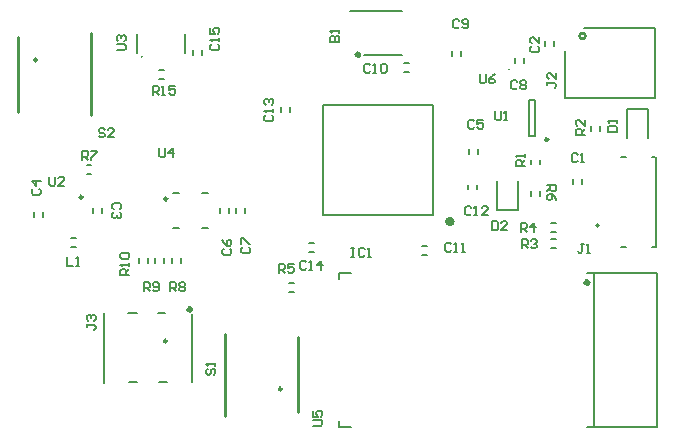
<source format=gto>
G04*
G04 #@! TF.GenerationSoftware,Altium Limited,Altium Designer,19.1.5 (86)*
G04*
G04 Layer_Color=65535*
%FSLAX44Y44*%
%MOMM*%
G71*
G01*
G75*
%ADD10C,0.2540*%
%ADD11C,0.1270*%
%ADD12C,0.2500*%
%ADD13C,0.3810*%
%ADD14C,0.4000*%
%ADD15C,0.2000*%
%ADD16C,0.1524*%
%ADD17C,0.1520*%
G36*
X126691Y-32958D02*
D01*
D02*
G37*
G36*
X126816Y-30458D02*
D01*
D02*
G37*
D10*
X295928Y-42926D02*
G03*
X295928Y-42926I-1796J0D01*
G01*
X132588Y-285242D02*
G03*
X132588Y-285242I-1270J0D01*
G01*
X153434Y-258572D02*
G03*
X153434Y-258572I-1796J0D01*
G01*
X61214Y-163322D02*
G03*
X61214Y-163322I-1270J0D01*
G01*
X229870Y-325882D02*
G03*
X229870Y-325882I-1270J0D01*
G01*
X22606Y-47244D02*
G03*
X22606Y-47244I-1270J0D01*
G01*
X486918Y-26990D02*
G03*
X486918Y-26990I-2540J0D01*
G01*
X181610Y-348742D02*
Y-278892D01*
X243840Y-344932D02*
Y-281432D01*
X6096Y-91694D02*
Y-28194D01*
X68326Y-94234D02*
Y-24384D01*
D11*
X111316Y-44458D02*
G03*
X111316Y-44458I-250J0D01*
G01*
X422486Y-55378D02*
G03*
X422486Y-55378I-200J0D01*
G01*
X547560Y-357886D02*
Y-227886D01*
X494460Y-357886D02*
X547560D01*
X494460Y-227886D02*
X547560D01*
X494460Y-357886D02*
Y-227886D01*
X278560Y-357886D02*
Y-352886D01*
Y-357886D02*
X288560D01*
X488560D02*
X494460D01*
X488560Y-227886D02*
X508560D01*
X278560D02*
X288560D01*
X278560Y-232886D02*
Y-227886D01*
X543210Y-129490D02*
X546210D01*
X543210Y-205490D02*
X546210D01*
X517210Y-129490D02*
X521210D01*
X517210Y-205490D02*
X521210D01*
X546710D02*
Y-129490D01*
D12*
X132842Y-164926D02*
G03*
X132842Y-164926I-1250J0D01*
G01*
X455254Y-114661D02*
G03*
X455254Y-114661I-1250J0D01*
G01*
D13*
X489380Y-235736D02*
G03*
X489380Y-235736I-1270J0D01*
G01*
D14*
X374150Y-184080D02*
G03*
X374150Y-184080I-2000J0D01*
G01*
D15*
X498210Y-187490D02*
G03*
X498210Y-187490I-1000J0D01*
G01*
X162592Y-189926D02*
X167592D01*
X137592D02*
X142592D01*
X162592Y-159926D02*
X167592D01*
X137592D02*
X142592D01*
X264650Y-178580D02*
X357650D01*
X264650D02*
Y-85580D01*
X357650D01*
Y-178580D02*
Y-85580D01*
X439504Y-111911D02*
X444504D01*
X439504Y-80911D02*
X444504D01*
Y-111911D02*
Y-80911D01*
X439504Y-111911D02*
Y-80911D01*
X485648Y-20190D02*
X545648D01*
Y-79190D02*
Y-20190D01*
X469648Y-79190D02*
X545648D01*
X469648D02*
Y-39690D01*
D16*
X287528Y-5842D02*
X331216D01*
X299212Y-42672D02*
X331216D01*
X147816Y-41258D02*
Y-24958D01*
X106816Y-41258D02*
Y-24958D01*
X125730Y-56134D02*
X129794D01*
X125730Y-63754D02*
X129794D01*
X116586Y-219202D02*
Y-215138D01*
X108966Y-219202D02*
Y-215138D01*
X491998Y-107442D02*
Y-103378D01*
X499618Y-107442D02*
Y-103378D01*
X440690Y-135636D02*
Y-131572D01*
X448310Y-135636D02*
Y-131572D01*
X122428Y-219202D02*
Y-215138D01*
X130048Y-219202D02*
Y-215138D01*
X136906Y-219202D02*
Y-215138D01*
X144526Y-219202D02*
Y-215138D01*
X64516Y-144018D02*
X68580D01*
X64516Y-136398D02*
X68580D01*
X448056Y-162052D02*
Y-157988D01*
X440436Y-162052D02*
Y-157988D01*
X236220Y-236220D02*
X240284D01*
X236220Y-243840D02*
X240284D01*
X457962Y-185420D02*
X462026D01*
X457962Y-193040D02*
X462026D01*
X457962Y-198882D02*
X462026D01*
X457962Y-206502D02*
X462026D01*
X381254Y-43942D02*
Y-39878D01*
X373634Y-43942D02*
Y-39878D01*
X434848Y-49530D02*
Y-45466D01*
X427228Y-49530D02*
Y-45466D01*
X229108Y-91440D02*
Y-87376D01*
X236728Y-91440D02*
Y-87376D01*
X162306Y-43314D02*
Y-39250D01*
X154686Y-43314D02*
Y-39250D01*
X198882Y-176530D02*
Y-172466D01*
X191262Y-176530D02*
Y-172466D01*
X184912Y-176784D02*
Y-172720D01*
X177292Y-176784D02*
Y-172720D01*
X19812Y-180086D02*
Y-176022D01*
X27432Y-180086D02*
Y-176022D01*
X252730Y-202438D02*
X256794D01*
X252730Y-210058D02*
X256794D01*
X69596Y-177038D02*
Y-172974D01*
X77216Y-177038D02*
Y-172974D01*
X51562Y-205994D02*
X55626D01*
X51562Y-198374D02*
X55626D01*
X333502Y-50038D02*
X337566D01*
X333502Y-57658D02*
X337566D01*
X394970Y-156852D02*
Y-152788D01*
X387350Y-156852D02*
Y-152788D01*
X348488Y-204470D02*
X352552D01*
X348488Y-212090D02*
X352552D01*
X476250Y-151892D02*
Y-147828D01*
X483870Y-151892D02*
Y-147828D01*
X452628Y-35560D02*
Y-31496D01*
X460248Y-35560D02*
Y-31496D01*
X388620Y-126492D02*
Y-122428D01*
X396240Y-126492D02*
Y-122428D01*
X271021Y-31750D02*
X278638D01*
Y-27941D01*
X277368Y-26672D01*
X276099D01*
X274829Y-27941D01*
Y-31750D01*
Y-27941D01*
X273560Y-26672D01*
X272290D01*
X271021Y-27941D01*
Y-31750D01*
X278638Y-24132D02*
Y-21593D01*
Y-22863D01*
X271021D01*
X272290Y-24132D01*
X90173Y-39116D02*
X96520D01*
X97790Y-37846D01*
Y-35307D01*
X96520Y-34038D01*
X90173D01*
X91442Y-31498D02*
X90173Y-30229D01*
Y-27690D01*
X91442Y-26420D01*
X92712D01*
X93981Y-27690D01*
Y-28959D01*
Y-27690D01*
X95251Y-26420D01*
X96520D01*
X97790Y-27690D01*
Y-30229D01*
X96520Y-31498D01*
X432308Y-192532D02*
Y-184914D01*
X436117D01*
X437386Y-186184D01*
Y-188723D01*
X436117Y-189993D01*
X432308D01*
X434847D02*
X437386Y-192532D01*
X443734D02*
Y-184914D01*
X439925Y-188723D01*
X445004D01*
X432816Y-206502D02*
Y-198885D01*
X436625D01*
X437894Y-200154D01*
Y-202693D01*
X436625Y-203963D01*
X432816D01*
X435355D02*
X437894Y-206502D01*
X440434Y-200154D02*
X441703Y-198885D01*
X444242D01*
X445512Y-200154D01*
Y-201424D01*
X444242Y-202693D01*
X442973D01*
X444242D01*
X445512Y-203963D01*
Y-205232D01*
X444242Y-206502D01*
X441703D01*
X440434Y-205232D01*
X64773Y-270512D02*
Y-273051D01*
Y-271781D01*
X71120D01*
X72390Y-273051D01*
Y-274320D01*
X71120Y-275590D01*
X66042Y-267973D02*
X64773Y-266703D01*
Y-264164D01*
X66042Y-262894D01*
X67312D01*
X68581Y-264164D01*
Y-265433D01*
Y-264164D01*
X69851Y-262894D01*
X71120D01*
X72390Y-264164D01*
Y-266703D01*
X71120Y-267973D01*
X256289Y-356870D02*
X262636D01*
X263906Y-355600D01*
Y-353061D01*
X262636Y-351792D01*
X256289D01*
Y-344174D02*
Y-349253D01*
X260097D01*
X258828Y-346713D01*
Y-345444D01*
X260097Y-344174D01*
X262636D01*
X263906Y-345444D01*
Y-347983D01*
X262636Y-349253D01*
X227330Y-227330D02*
Y-219713D01*
X231139D01*
X232408Y-220982D01*
Y-223521D01*
X231139Y-224791D01*
X227330D01*
X229869D02*
X232408Y-227330D01*
X240026Y-219713D02*
X234947D01*
Y-223521D01*
X237487Y-222252D01*
X238756D01*
X240026Y-223521D01*
Y-226060D01*
X238756Y-227330D01*
X236217D01*
X234947Y-226060D01*
X397256Y-59439D02*
Y-65786D01*
X398526Y-67056D01*
X401065D01*
X402334Y-65786D01*
Y-59439D01*
X409952D02*
X407413Y-60708D01*
X404874Y-63247D01*
Y-65786D01*
X406143Y-67056D01*
X408682D01*
X409952Y-65786D01*
Y-64517D01*
X408682Y-63247D01*
X404874D01*
X429004Y-65534D02*
X427735Y-64264D01*
X425196D01*
X423926Y-65534D01*
Y-70612D01*
X425196Y-71882D01*
X427735D01*
X429004Y-70612D01*
X431544Y-65534D02*
X432813Y-64264D01*
X435352D01*
X436622Y-65534D01*
Y-66804D01*
X435352Y-68073D01*
X436622Y-69343D01*
Y-70612D01*
X435352Y-71882D01*
X432813D01*
X431544Y-70612D01*
Y-69343D01*
X432813Y-68073D01*
X431544Y-66804D01*
Y-65534D01*
X432813Y-68073D02*
X435352D01*
X380236Y-14226D02*
X378967Y-12957D01*
X376428D01*
X375158Y-14226D01*
Y-19304D01*
X376428Y-20574D01*
X378967D01*
X380236Y-19304D01*
X382775D02*
X384045Y-20574D01*
X386584D01*
X387854Y-19304D01*
Y-14226D01*
X386584Y-12957D01*
X384045D01*
X382775Y-14226D01*
Y-15496D01*
X384045Y-16765D01*
X387854D01*
X126210Y-121876D02*
Y-128224D01*
X127480Y-129494D01*
X130019D01*
X131288Y-128224D01*
Y-121876D01*
X137636Y-129494D02*
Y-121876D01*
X133827Y-125685D01*
X138906D01*
X32766Y-146053D02*
Y-152400D01*
X34036Y-153670D01*
X36575D01*
X37844Y-152400D01*
Y-146053D01*
X45462Y-153670D02*
X40384D01*
X45462Y-148592D01*
Y-147322D01*
X44192Y-146053D01*
X41653D01*
X40384Y-147322D01*
X410508Y-90826D02*
Y-97174D01*
X411778Y-98443D01*
X414317D01*
X415586Y-97174D01*
Y-90826D01*
X418125Y-98443D02*
X420665D01*
X419395D01*
Y-90826D01*
X418125Y-92095D01*
X79754Y-106174D02*
X78485Y-104904D01*
X75946D01*
X74676Y-106174D01*
Y-107444D01*
X75946Y-108713D01*
X78485D01*
X79754Y-109983D01*
Y-111252D01*
X78485Y-112522D01*
X75946D01*
X74676Y-111252D01*
X87372Y-112522D02*
X82294D01*
X87372Y-107444D01*
Y-106174D01*
X86102Y-104904D01*
X83563D01*
X82294Y-106174D01*
X167134Y-308866D02*
X165865Y-310135D01*
Y-312674D01*
X167134Y-313944D01*
X168404D01*
X169673Y-312674D01*
Y-310135D01*
X170943Y-308866D01*
X172212D01*
X173482Y-310135D01*
Y-312674D01*
X172212Y-313944D01*
X173482Y-306327D02*
Y-303787D01*
Y-305057D01*
X165865D01*
X167134Y-306327D01*
X120396Y-76708D02*
Y-69090D01*
X124205D01*
X125474Y-70360D01*
Y-72899D01*
X124205Y-74169D01*
X120396D01*
X122935D02*
X125474Y-76708D01*
X128013D02*
X130553D01*
X129283D01*
Y-69090D01*
X128013Y-70360D01*
X139440Y-69090D02*
X134361D01*
Y-72899D01*
X136901Y-71630D01*
X138170D01*
X139440Y-72899D01*
Y-75438D01*
X138170Y-76708D01*
X135631D01*
X134361Y-75438D01*
X100584Y-229616D02*
X92966D01*
Y-225807D01*
X94236Y-224538D01*
X96775D01*
X98045Y-225807D01*
Y-229616D01*
Y-227077D02*
X100584Y-224538D01*
Y-221999D02*
Y-219459D01*
Y-220729D01*
X92966D01*
X94236Y-221999D01*
Y-215651D02*
X92966Y-214381D01*
Y-211842D01*
X94236Y-210572D01*
X99314D01*
X100584Y-211842D01*
Y-214381D01*
X99314Y-215651D01*
X94236D01*
X112776Y-243078D02*
Y-235460D01*
X116585D01*
X117854Y-236730D01*
Y-239269D01*
X116585Y-240539D01*
X112776D01*
X115315D02*
X117854Y-243078D01*
X120393Y-241808D02*
X121663Y-243078D01*
X124202D01*
X125472Y-241808D01*
Y-236730D01*
X124202Y-235460D01*
X121663D01*
X120393Y-236730D01*
Y-238000D01*
X121663Y-239269D01*
X125472D01*
X135382Y-243078D02*
Y-235460D01*
X139191D01*
X140460Y-236730D01*
Y-239269D01*
X139191Y-240539D01*
X135382D01*
X137921D02*
X140460Y-243078D01*
X142999Y-236730D02*
X144269Y-235460D01*
X146808D01*
X148078Y-236730D01*
Y-238000D01*
X146808Y-239269D01*
X148078Y-240539D01*
Y-241808D01*
X146808Y-243078D01*
X144269D01*
X142999Y-241808D01*
Y-240539D01*
X144269Y-239269D01*
X142999Y-238000D01*
Y-236730D01*
X144269Y-239269D02*
X146808D01*
X60706Y-131572D02*
Y-123954D01*
X64515D01*
X65784Y-125224D01*
Y-127763D01*
X64515Y-129033D01*
X60706D01*
X63245D02*
X65784Y-131572D01*
X68323Y-123954D02*
X73402D01*
Y-125224D01*
X68323Y-130302D01*
Y-131572D01*
X454660Y-153162D02*
X462277D01*
Y-156971D01*
X461008Y-158240D01*
X458469D01*
X457199Y-156971D01*
Y-153162D01*
Y-155701D02*
X454660Y-158240D01*
X462277Y-165858D02*
X461008Y-163319D01*
X458469Y-160779D01*
X455930D01*
X454660Y-162049D01*
Y-164588D01*
X455930Y-165858D01*
X457199D01*
X458469Y-164588D01*
Y-160779D01*
X486410Y-110744D02*
X478792D01*
Y-106935D01*
X480062Y-105666D01*
X482601D01*
X483871Y-106935D01*
Y-110744D01*
Y-108205D02*
X486410Y-105666D01*
Y-98048D02*
Y-103126D01*
X481332Y-98048D01*
X480062D01*
X478792Y-99318D01*
Y-101857D01*
X480062Y-103126D01*
X435356Y-137160D02*
X427738D01*
Y-133351D01*
X429008Y-132082D01*
X431547D01*
X432817Y-133351D01*
Y-137160D01*
Y-134621D02*
X435356Y-132082D01*
Y-129543D02*
Y-127003D01*
Y-128273D01*
X427738D01*
X429008Y-129543D01*
X48260Y-213871D02*
Y-221488D01*
X53338D01*
X55877D02*
X58417D01*
X57147D01*
Y-213871D01*
X55877Y-215140D01*
X454535Y-65688D02*
Y-68227D01*
Y-66957D01*
X460883D01*
X462153Y-68227D01*
Y-69497D01*
X460883Y-70766D01*
X462153Y-58070D02*
Y-63149D01*
X457075Y-58070D01*
X455805D01*
X454535Y-59340D01*
Y-61879D01*
X455805Y-63149D01*
X485646Y-202948D02*
X483107D01*
X484377D01*
Y-209296D01*
X483107Y-210566D01*
X481838D01*
X480568Y-209296D01*
X488186Y-210566D02*
X490725D01*
X489455D01*
Y-202948D01*
X488186Y-204218D01*
X288549Y-206250D02*
X291088D01*
X289819D01*
Y-213868D01*
X288549D01*
X291088D01*
X299975Y-207520D02*
X298706Y-206250D01*
X296167D01*
X294897Y-207520D01*
Y-212598D01*
X296167Y-213868D01*
X298706D01*
X299975Y-212598D01*
X302514Y-213868D02*
X305054D01*
X303784D01*
Y-206250D01*
X302514Y-207520D01*
X408178Y-183645D02*
Y-191262D01*
X411987D01*
X413256Y-189992D01*
Y-184914D01*
X411987Y-183645D01*
X408178D01*
X420874Y-191262D02*
X415796D01*
X420874Y-186184D01*
Y-184914D01*
X419604Y-183645D01*
X417065D01*
X415796Y-184914D01*
X505970Y-107950D02*
X513588D01*
Y-104141D01*
X512318Y-102872D01*
X507240D01*
X505970Y-104141D01*
Y-107950D01*
X513588Y-100332D02*
Y-97793D01*
Y-99063D01*
X505970D01*
X507240Y-100332D01*
X170436Y-34038D02*
X169167Y-35307D01*
Y-37846D01*
X170436Y-39116D01*
X175514D01*
X176784Y-37846D01*
Y-35307D01*
X175514Y-34038D01*
X176784Y-31498D02*
Y-28959D01*
Y-30229D01*
X169167D01*
X170436Y-31498D01*
X169167Y-20072D02*
Y-25150D01*
X172975D01*
X171706Y-22611D01*
Y-21342D01*
X172975Y-20072D01*
X175514D01*
X176784Y-21342D01*
Y-23881D01*
X175514Y-25150D01*
X250696Y-218442D02*
X249427Y-217173D01*
X246888D01*
X245618Y-218442D01*
Y-223520D01*
X246888Y-224790D01*
X249427D01*
X250696Y-223520D01*
X253235Y-224790D02*
X255775D01*
X254505D01*
Y-217173D01*
X253235Y-218442D01*
X263392Y-224790D02*
Y-217173D01*
X259583Y-220981D01*
X264662D01*
X216156Y-93982D02*
X214886Y-95251D01*
Y-97790D01*
X216156Y-99060D01*
X221234D01*
X222504Y-97790D01*
Y-95251D01*
X221234Y-93982D01*
X222504Y-91442D02*
Y-88903D01*
Y-90173D01*
X214886D01*
X216156Y-91442D01*
Y-85094D02*
X214886Y-83825D01*
Y-81286D01*
X216156Y-80016D01*
X217426D01*
X218695Y-81286D01*
Y-82555D01*
Y-81286D01*
X219965Y-80016D01*
X221234D01*
X222504Y-81286D01*
Y-83825D01*
X221234Y-85094D01*
X390396Y-172214D02*
X389127Y-170944D01*
X386588D01*
X385318Y-172214D01*
Y-177292D01*
X386588Y-178562D01*
X389127D01*
X390396Y-177292D01*
X392935Y-178562D02*
X395475D01*
X394205D01*
Y-170944D01*
X392935Y-172214D01*
X404362Y-178562D02*
X399283D01*
X404362Y-173484D01*
Y-172214D01*
X403092Y-170944D01*
X400553D01*
X399283Y-172214D01*
X373378Y-203202D02*
X372109Y-201933D01*
X369570D01*
X368300Y-203202D01*
Y-208280D01*
X369570Y-209550D01*
X372109D01*
X373378Y-208280D01*
X375918Y-209550D02*
X378457D01*
X377187D01*
Y-201933D01*
X375918Y-203202D01*
X382266Y-209550D02*
X384805D01*
X383535D01*
Y-201933D01*
X382266Y-203202D01*
X304544Y-51818D02*
X303275Y-50549D01*
X300736D01*
X299466Y-51818D01*
Y-56896D01*
X300736Y-58166D01*
X303275D01*
X304544Y-56896D01*
X307083Y-58166D02*
X309623D01*
X308353D01*
Y-50549D01*
X307083Y-51818D01*
X313431D02*
X314701Y-50549D01*
X317240D01*
X318510Y-51818D01*
Y-56896D01*
X317240Y-58166D01*
X314701D01*
X313431Y-56896D01*
Y-51818D01*
X196852Y-205996D02*
X195583Y-207265D01*
Y-209804D01*
X196852Y-211074D01*
X201930D01*
X203200Y-209804D01*
Y-207265D01*
X201930Y-205996D01*
X195583Y-203456D02*
Y-198378D01*
X196852D01*
X201930Y-203456D01*
X203200D01*
X180596Y-207012D02*
X179326Y-208281D01*
Y-210820D01*
X180596Y-212090D01*
X185674D01*
X186944Y-210820D01*
Y-208281D01*
X185674Y-207012D01*
X179326Y-199394D02*
X180596Y-201933D01*
X183135Y-204473D01*
X185674D01*
X186944Y-203203D01*
Y-200664D01*
X185674Y-199394D01*
X184405D01*
X183135Y-200664D01*
Y-204473D01*
X392936Y-99062D02*
X391667Y-97793D01*
X389128D01*
X387858Y-99062D01*
Y-104140D01*
X389128Y-105410D01*
X391667D01*
X392936Y-104140D01*
X400554Y-97793D02*
X395476D01*
Y-101601D01*
X398015Y-100332D01*
X399284D01*
X400554Y-101601D01*
Y-104140D01*
X399284Y-105410D01*
X396745D01*
X395476Y-104140D01*
X19560Y-156466D02*
X18290Y-157735D01*
Y-160274D01*
X19560Y-161544D01*
X24638D01*
X25908Y-160274D01*
Y-157735D01*
X24638Y-156466D01*
X25908Y-150118D02*
X18290D01*
X22099Y-153926D01*
Y-148848D01*
X92708Y-173480D02*
X93977Y-172211D01*
Y-169672D01*
X92708Y-168402D01*
X87630D01*
X86360Y-169672D01*
Y-172211D01*
X87630Y-173480D01*
X92708Y-176019D02*
X93977Y-177289D01*
Y-179828D01*
X92708Y-181098D01*
X91438D01*
X90169Y-179828D01*
Y-178559D01*
Y-179828D01*
X88899Y-181098D01*
X87630D01*
X86360Y-179828D01*
Y-177289D01*
X87630Y-176019D01*
X441454Y-35562D02*
X440185Y-36831D01*
Y-39370D01*
X441454Y-40640D01*
X446532D01*
X447802Y-39370D01*
Y-36831D01*
X446532Y-35562D01*
X447802Y-27944D02*
Y-33022D01*
X442724Y-27944D01*
X441454D01*
X440185Y-29214D01*
Y-31753D01*
X441454Y-33022D01*
X480312Y-127510D02*
X479043Y-126241D01*
X476504D01*
X475234Y-127510D01*
Y-132588D01*
X476504Y-133858D01*
X479043D01*
X480312Y-132588D01*
X482851Y-133858D02*
X485391D01*
X484121D01*
Y-126241D01*
X482851Y-127510D01*
D17*
X100838Y-319532D02*
X107188D01*
X126238D02*
X132588D01*
X154178D02*
Y-262382D01*
X124968Y-261112D02*
X131318D01*
X99568D02*
X107188D01*
X79248Y-320802D02*
Y-261112D01*
X429768Y-174244D02*
Y-150114D01*
X411988Y-174244D02*
X429768D01*
X411988D02*
Y-150114D01*
X521970Y-113284D02*
Y-89154D01*
X539750D01*
Y-113284D02*
Y-89154D01*
M02*

</source>
